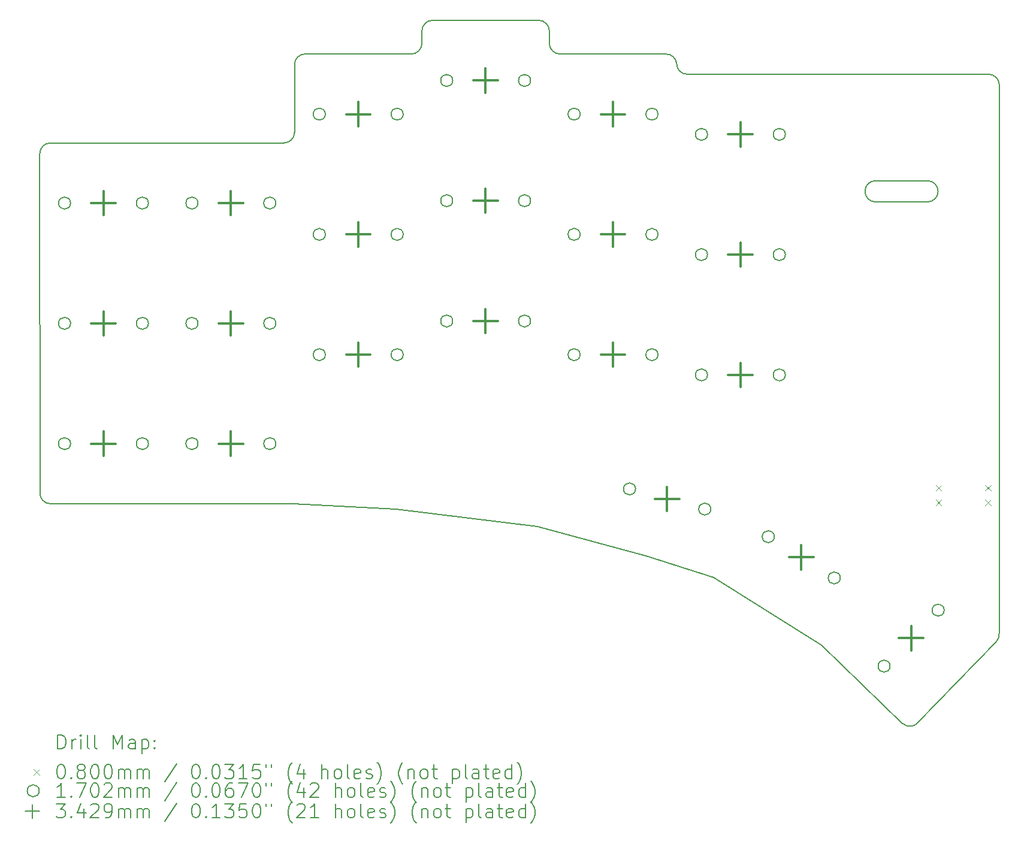
<source format=gbr>
%TF.GenerationSoftware,KiCad,Pcbnew,7.0.5*%
%TF.CreationDate,2023-06-08T16:22:04-03:00*%
%TF.ProjectId,2kalypcb_microcontroller_trrs,326b616c-7970-4636-925f-6d6963726f63,v1.0.0*%
%TF.SameCoordinates,Original*%
%TF.FileFunction,Drillmap*%
%TF.FilePolarity,Positive*%
%FSLAX45Y45*%
G04 Gerber Fmt 4.5, Leading zero omitted, Abs format (unit mm)*
G04 Created by KiCad (PCBNEW 7.0.5) date 2023-06-08 16:22:04*
%MOMM*%
%LPD*%
G01*
G04 APERTURE LIST*
%ADD10C,0.150000*%
%ADD11C,0.200000*%
%ADD12C,0.080000*%
%ADD13C,0.170180*%
%ADD14C,0.342900*%
G04 APERTURE END LIST*
D10*
X8350000Y-1324000D02*
X6850000Y-1324000D01*
X10818157Y-9199189D02*
X12346190Y-10154010D01*
X6850000Y-1324000D02*
G75*
G03*
X6700000Y-1474000I0J-150000D01*
G01*
X4749935Y-3056935D02*
G75*
G03*
X4899935Y-2906935I-5J150005D01*
G01*
X1451000Y-8157000D02*
X4879364Y-8157000D01*
X10299065Y-1935935D02*
G75*
G03*
X10449065Y-2085935I150005J5D01*
G01*
X10299065Y-1935935D02*
G75*
G03*
X10150000Y-1800273I-149065J-14065D01*
G01*
X6549935Y-1799935D02*
X5050000Y-1800000D01*
X13843937Y-3891000D02*
X13109990Y-3891000D01*
X14857102Y-9986000D02*
X14858000Y-9986000D01*
X13843937Y-3890997D02*
G75*
G03*
X13993937Y-3741000I-7J150007D01*
G01*
X13110000Y-3591000D02*
G75*
G03*
X12960000Y-3741000I10J-150010D01*
G01*
X8328955Y-8478018D02*
X9866947Y-8890122D01*
X14858000Y-9986000D02*
X14858000Y-2236000D01*
X4899935Y-2906935D02*
X4900000Y-1950000D01*
X12959990Y-3741000D02*
G75*
G03*
X13109990Y-3891000I150010J10D01*
G01*
X9866947Y-8890122D02*
X10818157Y-9199189D01*
X13492301Y-11260795D02*
G75*
G03*
X13704400Y-11257093I104199J107895D01*
G01*
X8650065Y-1799935D02*
X10150000Y-1800273D01*
X6336358Y-8233358D02*
X8328955Y-8478018D01*
X14815856Y-10106152D02*
G75*
G03*
X14857102Y-9986000I-107916J104202D01*
G01*
X5050000Y-1800000D02*
G75*
G03*
X4900000Y-1950000I5J-150005D01*
G01*
X13110000Y-3591000D02*
X13843947Y-3591000D01*
X14708000Y-2086000D02*
X10449065Y-2085935D01*
X4749935Y-3056935D02*
X1450000Y-3057000D01*
X8500065Y-1649935D02*
G75*
G03*
X8650065Y-1799935I150005J5D01*
G01*
X13704400Y-11257093D02*
X14815854Y-10106150D01*
X1301000Y-8007000D02*
G75*
G03*
X1451000Y-8157000I150005J5D01*
G01*
X8500000Y-1474000D02*
X8500065Y-1649935D01*
X8500000Y-1474000D02*
G75*
G03*
X8350000Y-1324000I-150000J0D01*
G01*
X1301000Y-8007000D02*
X1300000Y-3207000D01*
X14858000Y-2236000D02*
G75*
G03*
X14708000Y-2086000I-150010J-10D01*
G01*
X1450000Y-3057000D02*
G75*
G03*
X1300000Y-3207000I5J-150005D01*
G01*
X13993950Y-3741000D02*
G75*
G03*
X13843947Y-3591000I-150010J-10D01*
G01*
X12346190Y-10154010D02*
X13492301Y-11260796D01*
X6549935Y-1799935D02*
G75*
G03*
X6699935Y-1649935I-5J150005D01*
G01*
X6700000Y-1474000D02*
X6699935Y-1649935D01*
X4879364Y-8157000D02*
X6336358Y-8233358D01*
D11*
D12*
X13959000Y-7892000D02*
X14039000Y-7972000D01*
X14039000Y-7892000D02*
X13959000Y-7972000D01*
X13959000Y-8102000D02*
X14039000Y-8182000D01*
X14039000Y-8102000D02*
X13959000Y-8182000D01*
X14659000Y-7892000D02*
X14739000Y-7972000D01*
X14739000Y-7892000D02*
X14659000Y-7972000D01*
X14659000Y-8102000D02*
X14739000Y-8182000D01*
X14739000Y-8102000D02*
X14659000Y-8182000D01*
D13*
X1735090Y-3907000D02*
G75*
G03*
X1735090Y-3907000I-85090J0D01*
G01*
X1735090Y-5607000D02*
G75*
G03*
X1735090Y-5607000I-85090J0D01*
G01*
X1735090Y-7307000D02*
G75*
G03*
X1735090Y-7307000I-85090J0D01*
G01*
X2835090Y-3907000D02*
G75*
G03*
X2835090Y-3907000I-85090J0D01*
G01*
X2835090Y-5607000D02*
G75*
G03*
X2835090Y-5607000I-85090J0D01*
G01*
X2835090Y-7307000D02*
G75*
G03*
X2835090Y-7307000I-85090J0D01*
G01*
X3535090Y-3907000D02*
G75*
G03*
X3535090Y-3907000I-85090J0D01*
G01*
X3535090Y-5607000D02*
G75*
G03*
X3535090Y-5607000I-85090J0D01*
G01*
X3535090Y-7307000D02*
G75*
G03*
X3535090Y-7307000I-85090J0D01*
G01*
X4635090Y-3907000D02*
G75*
G03*
X4635090Y-3907000I-85090J0D01*
G01*
X4635090Y-5607000D02*
G75*
G03*
X4635090Y-5607000I-85090J0D01*
G01*
X4635090Y-7307000D02*
G75*
G03*
X4635090Y-7307000I-85090J0D01*
G01*
X5335090Y-2650000D02*
G75*
G03*
X5335090Y-2650000I-85090J0D01*
G01*
X5335090Y-4350000D02*
G75*
G03*
X5335090Y-4350000I-85090J0D01*
G01*
X5335090Y-6050000D02*
G75*
G03*
X5335090Y-6050000I-85090J0D01*
G01*
X6435090Y-2650000D02*
G75*
G03*
X6435090Y-2650000I-85090J0D01*
G01*
X6435090Y-4350000D02*
G75*
G03*
X6435090Y-4350000I-85090J0D01*
G01*
X6435090Y-6050000D02*
G75*
G03*
X6435090Y-6050000I-85090J0D01*
G01*
X7135090Y-2174000D02*
G75*
G03*
X7135090Y-2174000I-85090J0D01*
G01*
X7135090Y-3874000D02*
G75*
G03*
X7135090Y-3874000I-85090J0D01*
G01*
X7135090Y-5574000D02*
G75*
G03*
X7135090Y-5574000I-85090J0D01*
G01*
X8235090Y-2174000D02*
G75*
G03*
X8235090Y-2174000I-85090J0D01*
G01*
X8235090Y-3874000D02*
G75*
G03*
X8235090Y-3874000I-85090J0D01*
G01*
X8235090Y-5574000D02*
G75*
G03*
X8235090Y-5574000I-85090J0D01*
G01*
X8935090Y-2650000D02*
G75*
G03*
X8935090Y-2650000I-85090J0D01*
G01*
X8935090Y-4350000D02*
G75*
G03*
X8935090Y-4350000I-85090J0D01*
G01*
X8935090Y-6050000D02*
G75*
G03*
X8935090Y-6050000I-85090J0D01*
G01*
X9718831Y-7947649D02*
G75*
G03*
X9718831Y-7947649I-85090J0D01*
G01*
X10035090Y-2650000D02*
G75*
G03*
X10035090Y-2650000I-85090J0D01*
G01*
X10035090Y-4350000D02*
G75*
G03*
X10035090Y-4350000I-85090J0D01*
G01*
X10035090Y-6050000D02*
G75*
G03*
X10035090Y-6050000I-85090J0D01*
G01*
X10735090Y-2936000D02*
G75*
G03*
X10735090Y-2936000I-85090J0D01*
G01*
X10735090Y-4636000D02*
G75*
G03*
X10735090Y-4636000I-85090J0D01*
G01*
X10735090Y-6336000D02*
G75*
G03*
X10735090Y-6336000I-85090J0D01*
G01*
X10781349Y-8232350D02*
G75*
G03*
X10781349Y-8232350I-85090J0D01*
G01*
X11678936Y-8622632D02*
G75*
G03*
X11678936Y-8622632I-85090J0D01*
G01*
X11835090Y-2936000D02*
G75*
G03*
X11835090Y-2936000I-85090J0D01*
G01*
X11835090Y-4636000D02*
G75*
G03*
X11835090Y-4636000I-85090J0D01*
G01*
X11835090Y-6336000D02*
G75*
G03*
X11835090Y-6336000I-85090J0D01*
G01*
X12611789Y-9205544D02*
G75*
G03*
X12611789Y-9205544I-85090J0D01*
G01*
X13315749Y-10452066D02*
G75*
G03*
X13315749Y-10452066I-85090J0D01*
G01*
X14079873Y-9660792D02*
G75*
G03*
X14079873Y-9660792I-85090J0D01*
G01*
D14*
X2200000Y-3735550D02*
X2200000Y-4078450D01*
X2028550Y-3907000D02*
X2371450Y-3907000D01*
X2200000Y-5435550D02*
X2200000Y-5778450D01*
X2028550Y-5607000D02*
X2371450Y-5607000D01*
X2200000Y-7135550D02*
X2200000Y-7478450D01*
X2028550Y-7307000D02*
X2371450Y-7307000D01*
X4000000Y-3735550D02*
X4000000Y-4078450D01*
X3828550Y-3907000D02*
X4171450Y-3907000D01*
X4000000Y-5435550D02*
X4000000Y-5778450D01*
X3828550Y-5607000D02*
X4171450Y-5607000D01*
X4000000Y-7135550D02*
X4000000Y-7478450D01*
X3828550Y-7307000D02*
X4171450Y-7307000D01*
X5800000Y-2478550D02*
X5800000Y-2821450D01*
X5628550Y-2650000D02*
X5971450Y-2650000D01*
X5800000Y-4178550D02*
X5800000Y-4521450D01*
X5628550Y-4350000D02*
X5971450Y-4350000D01*
X5800000Y-5878550D02*
X5800000Y-6221450D01*
X5628550Y-6050000D02*
X5971450Y-6050000D01*
X7600000Y-2002550D02*
X7600000Y-2345450D01*
X7428550Y-2174000D02*
X7771450Y-2174000D01*
X7600000Y-3702550D02*
X7600000Y-4045450D01*
X7428550Y-3874000D02*
X7771450Y-3874000D01*
X7600000Y-5402550D02*
X7600000Y-5745450D01*
X7428550Y-5574000D02*
X7771450Y-5574000D01*
X9400000Y-2478550D02*
X9400000Y-2821450D01*
X9228550Y-2650000D02*
X9571450Y-2650000D01*
X9400000Y-4178550D02*
X9400000Y-4521450D01*
X9228550Y-4350000D02*
X9571450Y-4350000D01*
X9400000Y-5878550D02*
X9400000Y-6221450D01*
X9228550Y-6050000D02*
X9571450Y-6050000D01*
X10165000Y-7918550D02*
X10165000Y-8261450D01*
X9993550Y-8090000D02*
X10336450Y-8090000D01*
X11200000Y-2764550D02*
X11200000Y-3107450D01*
X11028550Y-2936000D02*
X11371450Y-2936000D01*
X11200000Y-4464550D02*
X11200000Y-4807450D01*
X11028550Y-4636000D02*
X11371450Y-4636000D01*
X11200000Y-6164550D02*
X11200000Y-6507450D01*
X11028550Y-6336000D02*
X11371450Y-6336000D01*
X12060273Y-8742638D02*
X12060273Y-9085538D01*
X11888823Y-8914088D02*
X12231723Y-8914088D01*
X13612721Y-9884979D02*
X13612721Y-10227879D01*
X13441271Y-10056429D02*
X13784171Y-10056429D01*
D11*
X1553277Y-11621879D02*
X1553277Y-11421879D01*
X1553277Y-11421879D02*
X1600896Y-11421879D01*
X1600896Y-11421879D02*
X1629467Y-11431403D01*
X1629467Y-11431403D02*
X1648515Y-11450451D01*
X1648515Y-11450451D02*
X1658039Y-11469498D01*
X1658039Y-11469498D02*
X1667562Y-11507594D01*
X1667562Y-11507594D02*
X1667562Y-11536165D01*
X1667562Y-11536165D02*
X1658039Y-11574260D01*
X1658039Y-11574260D02*
X1648515Y-11593308D01*
X1648515Y-11593308D02*
X1629467Y-11612356D01*
X1629467Y-11612356D02*
X1600896Y-11621879D01*
X1600896Y-11621879D02*
X1553277Y-11621879D01*
X1753277Y-11621879D02*
X1753277Y-11488546D01*
X1753277Y-11526641D02*
X1762801Y-11507594D01*
X1762801Y-11507594D02*
X1772324Y-11498070D01*
X1772324Y-11498070D02*
X1791372Y-11488546D01*
X1791372Y-11488546D02*
X1810420Y-11488546D01*
X1877086Y-11621879D02*
X1877086Y-11488546D01*
X1877086Y-11421879D02*
X1867562Y-11431403D01*
X1867562Y-11431403D02*
X1877086Y-11440927D01*
X1877086Y-11440927D02*
X1886610Y-11431403D01*
X1886610Y-11431403D02*
X1877086Y-11421879D01*
X1877086Y-11421879D02*
X1877086Y-11440927D01*
X2000896Y-11621879D02*
X1981848Y-11612356D01*
X1981848Y-11612356D02*
X1972324Y-11593308D01*
X1972324Y-11593308D02*
X1972324Y-11421879D01*
X2105658Y-11621879D02*
X2086610Y-11612356D01*
X2086610Y-11612356D02*
X2077086Y-11593308D01*
X2077086Y-11593308D02*
X2077086Y-11421879D01*
X2334229Y-11621879D02*
X2334229Y-11421879D01*
X2334229Y-11421879D02*
X2400896Y-11564737D01*
X2400896Y-11564737D02*
X2467563Y-11421879D01*
X2467563Y-11421879D02*
X2467563Y-11621879D01*
X2648515Y-11621879D02*
X2648515Y-11517118D01*
X2648515Y-11517118D02*
X2638991Y-11498070D01*
X2638991Y-11498070D02*
X2619944Y-11488546D01*
X2619944Y-11488546D02*
X2581848Y-11488546D01*
X2581848Y-11488546D02*
X2562801Y-11498070D01*
X2648515Y-11612356D02*
X2629467Y-11621879D01*
X2629467Y-11621879D02*
X2581848Y-11621879D01*
X2581848Y-11621879D02*
X2562801Y-11612356D01*
X2562801Y-11612356D02*
X2553277Y-11593308D01*
X2553277Y-11593308D02*
X2553277Y-11574260D01*
X2553277Y-11574260D02*
X2562801Y-11555213D01*
X2562801Y-11555213D02*
X2581848Y-11545689D01*
X2581848Y-11545689D02*
X2629467Y-11545689D01*
X2629467Y-11545689D02*
X2648515Y-11536165D01*
X2743753Y-11488546D02*
X2743753Y-11688546D01*
X2743753Y-11498070D02*
X2762801Y-11488546D01*
X2762801Y-11488546D02*
X2800896Y-11488546D01*
X2800896Y-11488546D02*
X2819943Y-11498070D01*
X2819943Y-11498070D02*
X2829467Y-11507594D01*
X2829467Y-11507594D02*
X2838991Y-11526641D01*
X2838991Y-11526641D02*
X2838991Y-11583784D01*
X2838991Y-11583784D02*
X2829467Y-11602832D01*
X2829467Y-11602832D02*
X2819943Y-11612356D01*
X2819943Y-11612356D02*
X2800896Y-11621879D01*
X2800896Y-11621879D02*
X2762801Y-11621879D01*
X2762801Y-11621879D02*
X2743753Y-11612356D01*
X2924705Y-11602832D02*
X2934229Y-11612356D01*
X2934229Y-11612356D02*
X2924705Y-11621879D01*
X2924705Y-11621879D02*
X2915182Y-11612356D01*
X2915182Y-11612356D02*
X2924705Y-11602832D01*
X2924705Y-11602832D02*
X2924705Y-11621879D01*
X2924705Y-11498070D02*
X2934229Y-11507594D01*
X2934229Y-11507594D02*
X2924705Y-11517118D01*
X2924705Y-11517118D02*
X2915182Y-11507594D01*
X2915182Y-11507594D02*
X2924705Y-11498070D01*
X2924705Y-11498070D02*
X2924705Y-11517118D01*
D12*
X1212500Y-11910396D02*
X1292500Y-11990396D01*
X1292500Y-11910396D02*
X1212500Y-11990396D01*
D11*
X1591372Y-11841879D02*
X1610420Y-11841879D01*
X1610420Y-11841879D02*
X1629467Y-11851403D01*
X1629467Y-11851403D02*
X1638991Y-11860927D01*
X1638991Y-11860927D02*
X1648515Y-11879975D01*
X1648515Y-11879975D02*
X1658039Y-11918070D01*
X1658039Y-11918070D02*
X1658039Y-11965689D01*
X1658039Y-11965689D02*
X1648515Y-12003784D01*
X1648515Y-12003784D02*
X1638991Y-12022832D01*
X1638991Y-12022832D02*
X1629467Y-12032356D01*
X1629467Y-12032356D02*
X1610420Y-12041879D01*
X1610420Y-12041879D02*
X1591372Y-12041879D01*
X1591372Y-12041879D02*
X1572324Y-12032356D01*
X1572324Y-12032356D02*
X1562801Y-12022832D01*
X1562801Y-12022832D02*
X1553277Y-12003784D01*
X1553277Y-12003784D02*
X1543753Y-11965689D01*
X1543753Y-11965689D02*
X1543753Y-11918070D01*
X1543753Y-11918070D02*
X1553277Y-11879975D01*
X1553277Y-11879975D02*
X1562801Y-11860927D01*
X1562801Y-11860927D02*
X1572324Y-11851403D01*
X1572324Y-11851403D02*
X1591372Y-11841879D01*
X1743753Y-12022832D02*
X1753277Y-12032356D01*
X1753277Y-12032356D02*
X1743753Y-12041879D01*
X1743753Y-12041879D02*
X1734229Y-12032356D01*
X1734229Y-12032356D02*
X1743753Y-12022832D01*
X1743753Y-12022832D02*
X1743753Y-12041879D01*
X1867562Y-11927594D02*
X1848515Y-11918070D01*
X1848515Y-11918070D02*
X1838991Y-11908546D01*
X1838991Y-11908546D02*
X1829467Y-11889498D01*
X1829467Y-11889498D02*
X1829467Y-11879975D01*
X1829467Y-11879975D02*
X1838991Y-11860927D01*
X1838991Y-11860927D02*
X1848515Y-11851403D01*
X1848515Y-11851403D02*
X1867562Y-11841879D01*
X1867562Y-11841879D02*
X1905658Y-11841879D01*
X1905658Y-11841879D02*
X1924705Y-11851403D01*
X1924705Y-11851403D02*
X1934229Y-11860927D01*
X1934229Y-11860927D02*
X1943753Y-11879975D01*
X1943753Y-11879975D02*
X1943753Y-11889498D01*
X1943753Y-11889498D02*
X1934229Y-11908546D01*
X1934229Y-11908546D02*
X1924705Y-11918070D01*
X1924705Y-11918070D02*
X1905658Y-11927594D01*
X1905658Y-11927594D02*
X1867562Y-11927594D01*
X1867562Y-11927594D02*
X1848515Y-11937118D01*
X1848515Y-11937118D02*
X1838991Y-11946641D01*
X1838991Y-11946641D02*
X1829467Y-11965689D01*
X1829467Y-11965689D02*
X1829467Y-12003784D01*
X1829467Y-12003784D02*
X1838991Y-12022832D01*
X1838991Y-12022832D02*
X1848515Y-12032356D01*
X1848515Y-12032356D02*
X1867562Y-12041879D01*
X1867562Y-12041879D02*
X1905658Y-12041879D01*
X1905658Y-12041879D02*
X1924705Y-12032356D01*
X1924705Y-12032356D02*
X1934229Y-12022832D01*
X1934229Y-12022832D02*
X1943753Y-12003784D01*
X1943753Y-12003784D02*
X1943753Y-11965689D01*
X1943753Y-11965689D02*
X1934229Y-11946641D01*
X1934229Y-11946641D02*
X1924705Y-11937118D01*
X1924705Y-11937118D02*
X1905658Y-11927594D01*
X2067562Y-11841879D02*
X2086610Y-11841879D01*
X2086610Y-11841879D02*
X2105658Y-11851403D01*
X2105658Y-11851403D02*
X2115182Y-11860927D01*
X2115182Y-11860927D02*
X2124705Y-11879975D01*
X2124705Y-11879975D02*
X2134229Y-11918070D01*
X2134229Y-11918070D02*
X2134229Y-11965689D01*
X2134229Y-11965689D02*
X2124705Y-12003784D01*
X2124705Y-12003784D02*
X2115182Y-12022832D01*
X2115182Y-12022832D02*
X2105658Y-12032356D01*
X2105658Y-12032356D02*
X2086610Y-12041879D01*
X2086610Y-12041879D02*
X2067562Y-12041879D01*
X2067562Y-12041879D02*
X2048515Y-12032356D01*
X2048515Y-12032356D02*
X2038991Y-12022832D01*
X2038991Y-12022832D02*
X2029467Y-12003784D01*
X2029467Y-12003784D02*
X2019943Y-11965689D01*
X2019943Y-11965689D02*
X2019943Y-11918070D01*
X2019943Y-11918070D02*
X2029467Y-11879975D01*
X2029467Y-11879975D02*
X2038991Y-11860927D01*
X2038991Y-11860927D02*
X2048515Y-11851403D01*
X2048515Y-11851403D02*
X2067562Y-11841879D01*
X2258039Y-11841879D02*
X2277086Y-11841879D01*
X2277086Y-11841879D02*
X2296134Y-11851403D01*
X2296134Y-11851403D02*
X2305658Y-11860927D01*
X2305658Y-11860927D02*
X2315182Y-11879975D01*
X2315182Y-11879975D02*
X2324705Y-11918070D01*
X2324705Y-11918070D02*
X2324705Y-11965689D01*
X2324705Y-11965689D02*
X2315182Y-12003784D01*
X2315182Y-12003784D02*
X2305658Y-12022832D01*
X2305658Y-12022832D02*
X2296134Y-12032356D01*
X2296134Y-12032356D02*
X2277086Y-12041879D01*
X2277086Y-12041879D02*
X2258039Y-12041879D01*
X2258039Y-12041879D02*
X2238991Y-12032356D01*
X2238991Y-12032356D02*
X2229467Y-12022832D01*
X2229467Y-12022832D02*
X2219944Y-12003784D01*
X2219944Y-12003784D02*
X2210420Y-11965689D01*
X2210420Y-11965689D02*
X2210420Y-11918070D01*
X2210420Y-11918070D02*
X2219944Y-11879975D01*
X2219944Y-11879975D02*
X2229467Y-11860927D01*
X2229467Y-11860927D02*
X2238991Y-11851403D01*
X2238991Y-11851403D02*
X2258039Y-11841879D01*
X2410420Y-12041879D02*
X2410420Y-11908546D01*
X2410420Y-11927594D02*
X2419944Y-11918070D01*
X2419944Y-11918070D02*
X2438991Y-11908546D01*
X2438991Y-11908546D02*
X2467563Y-11908546D01*
X2467563Y-11908546D02*
X2486610Y-11918070D01*
X2486610Y-11918070D02*
X2496134Y-11937118D01*
X2496134Y-11937118D02*
X2496134Y-12041879D01*
X2496134Y-11937118D02*
X2505658Y-11918070D01*
X2505658Y-11918070D02*
X2524705Y-11908546D01*
X2524705Y-11908546D02*
X2553277Y-11908546D01*
X2553277Y-11908546D02*
X2572325Y-11918070D01*
X2572325Y-11918070D02*
X2581848Y-11937118D01*
X2581848Y-11937118D02*
X2581848Y-12041879D01*
X2677086Y-12041879D02*
X2677086Y-11908546D01*
X2677086Y-11927594D02*
X2686610Y-11918070D01*
X2686610Y-11918070D02*
X2705658Y-11908546D01*
X2705658Y-11908546D02*
X2734229Y-11908546D01*
X2734229Y-11908546D02*
X2753277Y-11918070D01*
X2753277Y-11918070D02*
X2762801Y-11937118D01*
X2762801Y-11937118D02*
X2762801Y-12041879D01*
X2762801Y-11937118D02*
X2772325Y-11918070D01*
X2772325Y-11918070D02*
X2791372Y-11908546D01*
X2791372Y-11908546D02*
X2819943Y-11908546D01*
X2819943Y-11908546D02*
X2838991Y-11918070D01*
X2838991Y-11918070D02*
X2848515Y-11937118D01*
X2848515Y-11937118D02*
X2848515Y-12041879D01*
X3238991Y-11832356D02*
X3067563Y-12089498D01*
X3496134Y-11841879D02*
X3515182Y-11841879D01*
X3515182Y-11841879D02*
X3534229Y-11851403D01*
X3534229Y-11851403D02*
X3543753Y-11860927D01*
X3543753Y-11860927D02*
X3553277Y-11879975D01*
X3553277Y-11879975D02*
X3562801Y-11918070D01*
X3562801Y-11918070D02*
X3562801Y-11965689D01*
X3562801Y-11965689D02*
X3553277Y-12003784D01*
X3553277Y-12003784D02*
X3543753Y-12022832D01*
X3543753Y-12022832D02*
X3534229Y-12032356D01*
X3534229Y-12032356D02*
X3515182Y-12041879D01*
X3515182Y-12041879D02*
X3496134Y-12041879D01*
X3496134Y-12041879D02*
X3477086Y-12032356D01*
X3477086Y-12032356D02*
X3467563Y-12022832D01*
X3467563Y-12022832D02*
X3458039Y-12003784D01*
X3458039Y-12003784D02*
X3448515Y-11965689D01*
X3448515Y-11965689D02*
X3448515Y-11918070D01*
X3448515Y-11918070D02*
X3458039Y-11879975D01*
X3458039Y-11879975D02*
X3467563Y-11860927D01*
X3467563Y-11860927D02*
X3477086Y-11851403D01*
X3477086Y-11851403D02*
X3496134Y-11841879D01*
X3648515Y-12022832D02*
X3658039Y-12032356D01*
X3658039Y-12032356D02*
X3648515Y-12041879D01*
X3648515Y-12041879D02*
X3638991Y-12032356D01*
X3638991Y-12032356D02*
X3648515Y-12022832D01*
X3648515Y-12022832D02*
X3648515Y-12041879D01*
X3781848Y-11841879D02*
X3800896Y-11841879D01*
X3800896Y-11841879D02*
X3819944Y-11851403D01*
X3819944Y-11851403D02*
X3829467Y-11860927D01*
X3829467Y-11860927D02*
X3838991Y-11879975D01*
X3838991Y-11879975D02*
X3848515Y-11918070D01*
X3848515Y-11918070D02*
X3848515Y-11965689D01*
X3848515Y-11965689D02*
X3838991Y-12003784D01*
X3838991Y-12003784D02*
X3829467Y-12022832D01*
X3829467Y-12022832D02*
X3819944Y-12032356D01*
X3819944Y-12032356D02*
X3800896Y-12041879D01*
X3800896Y-12041879D02*
X3781848Y-12041879D01*
X3781848Y-12041879D02*
X3762801Y-12032356D01*
X3762801Y-12032356D02*
X3753277Y-12022832D01*
X3753277Y-12022832D02*
X3743753Y-12003784D01*
X3743753Y-12003784D02*
X3734229Y-11965689D01*
X3734229Y-11965689D02*
X3734229Y-11918070D01*
X3734229Y-11918070D02*
X3743753Y-11879975D01*
X3743753Y-11879975D02*
X3753277Y-11860927D01*
X3753277Y-11860927D02*
X3762801Y-11851403D01*
X3762801Y-11851403D02*
X3781848Y-11841879D01*
X3915182Y-11841879D02*
X4038991Y-11841879D01*
X4038991Y-11841879D02*
X3972325Y-11918070D01*
X3972325Y-11918070D02*
X4000896Y-11918070D01*
X4000896Y-11918070D02*
X4019944Y-11927594D01*
X4019944Y-11927594D02*
X4029467Y-11937118D01*
X4029467Y-11937118D02*
X4038991Y-11956165D01*
X4038991Y-11956165D02*
X4038991Y-12003784D01*
X4038991Y-12003784D02*
X4029467Y-12022832D01*
X4029467Y-12022832D02*
X4019944Y-12032356D01*
X4019944Y-12032356D02*
X4000896Y-12041879D01*
X4000896Y-12041879D02*
X3943753Y-12041879D01*
X3943753Y-12041879D02*
X3924706Y-12032356D01*
X3924706Y-12032356D02*
X3915182Y-12022832D01*
X4229468Y-12041879D02*
X4115182Y-12041879D01*
X4172325Y-12041879D02*
X4172325Y-11841879D01*
X4172325Y-11841879D02*
X4153277Y-11870451D01*
X4153277Y-11870451D02*
X4134229Y-11889498D01*
X4134229Y-11889498D02*
X4115182Y-11899022D01*
X4410420Y-11841879D02*
X4315182Y-11841879D01*
X4315182Y-11841879D02*
X4305658Y-11937118D01*
X4305658Y-11937118D02*
X4315182Y-11927594D01*
X4315182Y-11927594D02*
X4334229Y-11918070D01*
X4334229Y-11918070D02*
X4381849Y-11918070D01*
X4381849Y-11918070D02*
X4400896Y-11927594D01*
X4400896Y-11927594D02*
X4410420Y-11937118D01*
X4410420Y-11937118D02*
X4419944Y-11956165D01*
X4419944Y-11956165D02*
X4419944Y-12003784D01*
X4419944Y-12003784D02*
X4410420Y-12022832D01*
X4410420Y-12022832D02*
X4400896Y-12032356D01*
X4400896Y-12032356D02*
X4381849Y-12041879D01*
X4381849Y-12041879D02*
X4334229Y-12041879D01*
X4334229Y-12041879D02*
X4315182Y-12032356D01*
X4315182Y-12032356D02*
X4305658Y-12022832D01*
X4496134Y-11841879D02*
X4496134Y-11879975D01*
X4572325Y-11841879D02*
X4572325Y-11879975D01*
X4867563Y-12118070D02*
X4858039Y-12108546D01*
X4858039Y-12108546D02*
X4838991Y-12079975D01*
X4838991Y-12079975D02*
X4829468Y-12060927D01*
X4829468Y-12060927D02*
X4819944Y-12032356D01*
X4819944Y-12032356D02*
X4810420Y-11984737D01*
X4810420Y-11984737D02*
X4810420Y-11946641D01*
X4810420Y-11946641D02*
X4819944Y-11899022D01*
X4819944Y-11899022D02*
X4829468Y-11870451D01*
X4829468Y-11870451D02*
X4838991Y-11851403D01*
X4838991Y-11851403D02*
X4858039Y-11822832D01*
X4858039Y-11822832D02*
X4867563Y-11813308D01*
X5029468Y-11908546D02*
X5029468Y-12041879D01*
X4981849Y-11832356D02*
X4934230Y-11975213D01*
X4934230Y-11975213D02*
X5058039Y-11975213D01*
X5286611Y-12041879D02*
X5286611Y-11841879D01*
X5372325Y-12041879D02*
X5372325Y-11937118D01*
X5372325Y-11937118D02*
X5362801Y-11918070D01*
X5362801Y-11918070D02*
X5343753Y-11908546D01*
X5343753Y-11908546D02*
X5315182Y-11908546D01*
X5315182Y-11908546D02*
X5296134Y-11918070D01*
X5296134Y-11918070D02*
X5286611Y-11927594D01*
X5496134Y-12041879D02*
X5477087Y-12032356D01*
X5477087Y-12032356D02*
X5467563Y-12022832D01*
X5467563Y-12022832D02*
X5458039Y-12003784D01*
X5458039Y-12003784D02*
X5458039Y-11946641D01*
X5458039Y-11946641D02*
X5467563Y-11927594D01*
X5467563Y-11927594D02*
X5477087Y-11918070D01*
X5477087Y-11918070D02*
X5496134Y-11908546D01*
X5496134Y-11908546D02*
X5524706Y-11908546D01*
X5524706Y-11908546D02*
X5543753Y-11918070D01*
X5543753Y-11918070D02*
X5553277Y-11927594D01*
X5553277Y-11927594D02*
X5562801Y-11946641D01*
X5562801Y-11946641D02*
X5562801Y-12003784D01*
X5562801Y-12003784D02*
X5553277Y-12022832D01*
X5553277Y-12022832D02*
X5543753Y-12032356D01*
X5543753Y-12032356D02*
X5524706Y-12041879D01*
X5524706Y-12041879D02*
X5496134Y-12041879D01*
X5677087Y-12041879D02*
X5658039Y-12032356D01*
X5658039Y-12032356D02*
X5648515Y-12013308D01*
X5648515Y-12013308D02*
X5648515Y-11841879D01*
X5829468Y-12032356D02*
X5810420Y-12041879D01*
X5810420Y-12041879D02*
X5772325Y-12041879D01*
X5772325Y-12041879D02*
X5753277Y-12032356D01*
X5753277Y-12032356D02*
X5743753Y-12013308D01*
X5743753Y-12013308D02*
X5743753Y-11937118D01*
X5743753Y-11937118D02*
X5753277Y-11918070D01*
X5753277Y-11918070D02*
X5772325Y-11908546D01*
X5772325Y-11908546D02*
X5810420Y-11908546D01*
X5810420Y-11908546D02*
X5829468Y-11918070D01*
X5829468Y-11918070D02*
X5838991Y-11937118D01*
X5838991Y-11937118D02*
X5838991Y-11956165D01*
X5838991Y-11956165D02*
X5743753Y-11975213D01*
X5915182Y-12032356D02*
X5934230Y-12041879D01*
X5934230Y-12041879D02*
X5972325Y-12041879D01*
X5972325Y-12041879D02*
X5991372Y-12032356D01*
X5991372Y-12032356D02*
X6000896Y-12013308D01*
X6000896Y-12013308D02*
X6000896Y-12003784D01*
X6000896Y-12003784D02*
X5991372Y-11984737D01*
X5991372Y-11984737D02*
X5972325Y-11975213D01*
X5972325Y-11975213D02*
X5943753Y-11975213D01*
X5943753Y-11975213D02*
X5924706Y-11965689D01*
X5924706Y-11965689D02*
X5915182Y-11946641D01*
X5915182Y-11946641D02*
X5915182Y-11937118D01*
X5915182Y-11937118D02*
X5924706Y-11918070D01*
X5924706Y-11918070D02*
X5943753Y-11908546D01*
X5943753Y-11908546D02*
X5972325Y-11908546D01*
X5972325Y-11908546D02*
X5991372Y-11918070D01*
X6067563Y-12118070D02*
X6077087Y-12108546D01*
X6077087Y-12108546D02*
X6096134Y-12079975D01*
X6096134Y-12079975D02*
X6105658Y-12060927D01*
X6105658Y-12060927D02*
X6115182Y-12032356D01*
X6115182Y-12032356D02*
X6124706Y-11984737D01*
X6124706Y-11984737D02*
X6124706Y-11946641D01*
X6124706Y-11946641D02*
X6115182Y-11899022D01*
X6115182Y-11899022D02*
X6105658Y-11870451D01*
X6105658Y-11870451D02*
X6096134Y-11851403D01*
X6096134Y-11851403D02*
X6077087Y-11822832D01*
X6077087Y-11822832D02*
X6067563Y-11813308D01*
X6429468Y-12118070D02*
X6419944Y-12108546D01*
X6419944Y-12108546D02*
X6400896Y-12079975D01*
X6400896Y-12079975D02*
X6391372Y-12060927D01*
X6391372Y-12060927D02*
X6381849Y-12032356D01*
X6381849Y-12032356D02*
X6372325Y-11984737D01*
X6372325Y-11984737D02*
X6372325Y-11946641D01*
X6372325Y-11946641D02*
X6381849Y-11899022D01*
X6381849Y-11899022D02*
X6391372Y-11870451D01*
X6391372Y-11870451D02*
X6400896Y-11851403D01*
X6400896Y-11851403D02*
X6419944Y-11822832D01*
X6419944Y-11822832D02*
X6429468Y-11813308D01*
X6505658Y-11908546D02*
X6505658Y-12041879D01*
X6505658Y-11927594D02*
X6515182Y-11918070D01*
X6515182Y-11918070D02*
X6534230Y-11908546D01*
X6534230Y-11908546D02*
X6562801Y-11908546D01*
X6562801Y-11908546D02*
X6581849Y-11918070D01*
X6581849Y-11918070D02*
X6591372Y-11937118D01*
X6591372Y-11937118D02*
X6591372Y-12041879D01*
X6715182Y-12041879D02*
X6696134Y-12032356D01*
X6696134Y-12032356D02*
X6686611Y-12022832D01*
X6686611Y-12022832D02*
X6677087Y-12003784D01*
X6677087Y-12003784D02*
X6677087Y-11946641D01*
X6677087Y-11946641D02*
X6686611Y-11927594D01*
X6686611Y-11927594D02*
X6696134Y-11918070D01*
X6696134Y-11918070D02*
X6715182Y-11908546D01*
X6715182Y-11908546D02*
X6743753Y-11908546D01*
X6743753Y-11908546D02*
X6762801Y-11918070D01*
X6762801Y-11918070D02*
X6772325Y-11927594D01*
X6772325Y-11927594D02*
X6781849Y-11946641D01*
X6781849Y-11946641D02*
X6781849Y-12003784D01*
X6781849Y-12003784D02*
X6772325Y-12022832D01*
X6772325Y-12022832D02*
X6762801Y-12032356D01*
X6762801Y-12032356D02*
X6743753Y-12041879D01*
X6743753Y-12041879D02*
X6715182Y-12041879D01*
X6838992Y-11908546D02*
X6915182Y-11908546D01*
X6867563Y-11841879D02*
X6867563Y-12013308D01*
X6867563Y-12013308D02*
X6877087Y-12032356D01*
X6877087Y-12032356D02*
X6896134Y-12041879D01*
X6896134Y-12041879D02*
X6915182Y-12041879D01*
X7134230Y-11908546D02*
X7134230Y-12108546D01*
X7134230Y-11918070D02*
X7153277Y-11908546D01*
X7153277Y-11908546D02*
X7191373Y-11908546D01*
X7191373Y-11908546D02*
X7210420Y-11918070D01*
X7210420Y-11918070D02*
X7219944Y-11927594D01*
X7219944Y-11927594D02*
X7229468Y-11946641D01*
X7229468Y-11946641D02*
X7229468Y-12003784D01*
X7229468Y-12003784D02*
X7219944Y-12022832D01*
X7219944Y-12022832D02*
X7210420Y-12032356D01*
X7210420Y-12032356D02*
X7191373Y-12041879D01*
X7191373Y-12041879D02*
X7153277Y-12041879D01*
X7153277Y-12041879D02*
X7134230Y-12032356D01*
X7343753Y-12041879D02*
X7324706Y-12032356D01*
X7324706Y-12032356D02*
X7315182Y-12013308D01*
X7315182Y-12013308D02*
X7315182Y-11841879D01*
X7505658Y-12041879D02*
X7505658Y-11937118D01*
X7505658Y-11937118D02*
X7496134Y-11918070D01*
X7496134Y-11918070D02*
X7477087Y-11908546D01*
X7477087Y-11908546D02*
X7438992Y-11908546D01*
X7438992Y-11908546D02*
X7419944Y-11918070D01*
X7505658Y-12032356D02*
X7486611Y-12041879D01*
X7486611Y-12041879D02*
X7438992Y-12041879D01*
X7438992Y-12041879D02*
X7419944Y-12032356D01*
X7419944Y-12032356D02*
X7410420Y-12013308D01*
X7410420Y-12013308D02*
X7410420Y-11994260D01*
X7410420Y-11994260D02*
X7419944Y-11975213D01*
X7419944Y-11975213D02*
X7438992Y-11965689D01*
X7438992Y-11965689D02*
X7486611Y-11965689D01*
X7486611Y-11965689D02*
X7505658Y-11956165D01*
X7572325Y-11908546D02*
X7648515Y-11908546D01*
X7600896Y-11841879D02*
X7600896Y-12013308D01*
X7600896Y-12013308D02*
X7610420Y-12032356D01*
X7610420Y-12032356D02*
X7629468Y-12041879D01*
X7629468Y-12041879D02*
X7648515Y-12041879D01*
X7791373Y-12032356D02*
X7772325Y-12041879D01*
X7772325Y-12041879D02*
X7734230Y-12041879D01*
X7734230Y-12041879D02*
X7715182Y-12032356D01*
X7715182Y-12032356D02*
X7705658Y-12013308D01*
X7705658Y-12013308D02*
X7705658Y-11937118D01*
X7705658Y-11937118D02*
X7715182Y-11918070D01*
X7715182Y-11918070D02*
X7734230Y-11908546D01*
X7734230Y-11908546D02*
X7772325Y-11908546D01*
X7772325Y-11908546D02*
X7791373Y-11918070D01*
X7791373Y-11918070D02*
X7800896Y-11937118D01*
X7800896Y-11937118D02*
X7800896Y-11956165D01*
X7800896Y-11956165D02*
X7705658Y-11975213D01*
X7972325Y-12041879D02*
X7972325Y-11841879D01*
X7972325Y-12032356D02*
X7953277Y-12041879D01*
X7953277Y-12041879D02*
X7915182Y-12041879D01*
X7915182Y-12041879D02*
X7896134Y-12032356D01*
X7896134Y-12032356D02*
X7886611Y-12022832D01*
X7886611Y-12022832D02*
X7877087Y-12003784D01*
X7877087Y-12003784D02*
X7877087Y-11946641D01*
X7877087Y-11946641D02*
X7886611Y-11927594D01*
X7886611Y-11927594D02*
X7896134Y-11918070D01*
X7896134Y-11918070D02*
X7915182Y-11908546D01*
X7915182Y-11908546D02*
X7953277Y-11908546D01*
X7953277Y-11908546D02*
X7972325Y-11918070D01*
X8048515Y-12118070D02*
X8058039Y-12108546D01*
X8058039Y-12108546D02*
X8077087Y-12079975D01*
X8077087Y-12079975D02*
X8086611Y-12060927D01*
X8086611Y-12060927D02*
X8096134Y-12032356D01*
X8096134Y-12032356D02*
X8105658Y-11984737D01*
X8105658Y-11984737D02*
X8105658Y-11946641D01*
X8105658Y-11946641D02*
X8096134Y-11899022D01*
X8096134Y-11899022D02*
X8086611Y-11870451D01*
X8086611Y-11870451D02*
X8077087Y-11851403D01*
X8077087Y-11851403D02*
X8058039Y-11822832D01*
X8058039Y-11822832D02*
X8048515Y-11813308D01*
D13*
X1292500Y-12214396D02*
G75*
G03*
X1292500Y-12214396I-85090J0D01*
G01*
D11*
X1658039Y-12305879D02*
X1543753Y-12305879D01*
X1600896Y-12305879D02*
X1600896Y-12105879D01*
X1600896Y-12105879D02*
X1581848Y-12134451D01*
X1581848Y-12134451D02*
X1562801Y-12153498D01*
X1562801Y-12153498D02*
X1543753Y-12163022D01*
X1743753Y-12286832D02*
X1753277Y-12296356D01*
X1753277Y-12296356D02*
X1743753Y-12305879D01*
X1743753Y-12305879D02*
X1734229Y-12296356D01*
X1734229Y-12296356D02*
X1743753Y-12286832D01*
X1743753Y-12286832D02*
X1743753Y-12305879D01*
X1819943Y-12105879D02*
X1953277Y-12105879D01*
X1953277Y-12105879D02*
X1867562Y-12305879D01*
X2067562Y-12105879D02*
X2086610Y-12105879D01*
X2086610Y-12105879D02*
X2105658Y-12115403D01*
X2105658Y-12115403D02*
X2115182Y-12124927D01*
X2115182Y-12124927D02*
X2124705Y-12143975D01*
X2124705Y-12143975D02*
X2134229Y-12182070D01*
X2134229Y-12182070D02*
X2134229Y-12229689D01*
X2134229Y-12229689D02*
X2124705Y-12267784D01*
X2124705Y-12267784D02*
X2115182Y-12286832D01*
X2115182Y-12286832D02*
X2105658Y-12296356D01*
X2105658Y-12296356D02*
X2086610Y-12305879D01*
X2086610Y-12305879D02*
X2067562Y-12305879D01*
X2067562Y-12305879D02*
X2048515Y-12296356D01*
X2048515Y-12296356D02*
X2038991Y-12286832D01*
X2038991Y-12286832D02*
X2029467Y-12267784D01*
X2029467Y-12267784D02*
X2019943Y-12229689D01*
X2019943Y-12229689D02*
X2019943Y-12182070D01*
X2019943Y-12182070D02*
X2029467Y-12143975D01*
X2029467Y-12143975D02*
X2038991Y-12124927D01*
X2038991Y-12124927D02*
X2048515Y-12115403D01*
X2048515Y-12115403D02*
X2067562Y-12105879D01*
X2210420Y-12124927D02*
X2219944Y-12115403D01*
X2219944Y-12115403D02*
X2238991Y-12105879D01*
X2238991Y-12105879D02*
X2286610Y-12105879D01*
X2286610Y-12105879D02*
X2305658Y-12115403D01*
X2305658Y-12115403D02*
X2315182Y-12124927D01*
X2315182Y-12124927D02*
X2324705Y-12143975D01*
X2324705Y-12143975D02*
X2324705Y-12163022D01*
X2324705Y-12163022D02*
X2315182Y-12191594D01*
X2315182Y-12191594D02*
X2200896Y-12305879D01*
X2200896Y-12305879D02*
X2324705Y-12305879D01*
X2410420Y-12305879D02*
X2410420Y-12172546D01*
X2410420Y-12191594D02*
X2419944Y-12182070D01*
X2419944Y-12182070D02*
X2438991Y-12172546D01*
X2438991Y-12172546D02*
X2467563Y-12172546D01*
X2467563Y-12172546D02*
X2486610Y-12182070D01*
X2486610Y-12182070D02*
X2496134Y-12201118D01*
X2496134Y-12201118D02*
X2496134Y-12305879D01*
X2496134Y-12201118D02*
X2505658Y-12182070D01*
X2505658Y-12182070D02*
X2524705Y-12172546D01*
X2524705Y-12172546D02*
X2553277Y-12172546D01*
X2553277Y-12172546D02*
X2572325Y-12182070D01*
X2572325Y-12182070D02*
X2581848Y-12201118D01*
X2581848Y-12201118D02*
X2581848Y-12305879D01*
X2677086Y-12305879D02*
X2677086Y-12172546D01*
X2677086Y-12191594D02*
X2686610Y-12182070D01*
X2686610Y-12182070D02*
X2705658Y-12172546D01*
X2705658Y-12172546D02*
X2734229Y-12172546D01*
X2734229Y-12172546D02*
X2753277Y-12182070D01*
X2753277Y-12182070D02*
X2762801Y-12201118D01*
X2762801Y-12201118D02*
X2762801Y-12305879D01*
X2762801Y-12201118D02*
X2772325Y-12182070D01*
X2772325Y-12182070D02*
X2791372Y-12172546D01*
X2791372Y-12172546D02*
X2819943Y-12172546D01*
X2819943Y-12172546D02*
X2838991Y-12182070D01*
X2838991Y-12182070D02*
X2848515Y-12201118D01*
X2848515Y-12201118D02*
X2848515Y-12305879D01*
X3238991Y-12096356D02*
X3067563Y-12353498D01*
X3496134Y-12105879D02*
X3515182Y-12105879D01*
X3515182Y-12105879D02*
X3534229Y-12115403D01*
X3534229Y-12115403D02*
X3543753Y-12124927D01*
X3543753Y-12124927D02*
X3553277Y-12143975D01*
X3553277Y-12143975D02*
X3562801Y-12182070D01*
X3562801Y-12182070D02*
X3562801Y-12229689D01*
X3562801Y-12229689D02*
X3553277Y-12267784D01*
X3553277Y-12267784D02*
X3543753Y-12286832D01*
X3543753Y-12286832D02*
X3534229Y-12296356D01*
X3534229Y-12296356D02*
X3515182Y-12305879D01*
X3515182Y-12305879D02*
X3496134Y-12305879D01*
X3496134Y-12305879D02*
X3477086Y-12296356D01*
X3477086Y-12296356D02*
X3467563Y-12286832D01*
X3467563Y-12286832D02*
X3458039Y-12267784D01*
X3458039Y-12267784D02*
X3448515Y-12229689D01*
X3448515Y-12229689D02*
X3448515Y-12182070D01*
X3448515Y-12182070D02*
X3458039Y-12143975D01*
X3458039Y-12143975D02*
X3467563Y-12124927D01*
X3467563Y-12124927D02*
X3477086Y-12115403D01*
X3477086Y-12115403D02*
X3496134Y-12105879D01*
X3648515Y-12286832D02*
X3658039Y-12296356D01*
X3658039Y-12296356D02*
X3648515Y-12305879D01*
X3648515Y-12305879D02*
X3638991Y-12296356D01*
X3638991Y-12296356D02*
X3648515Y-12286832D01*
X3648515Y-12286832D02*
X3648515Y-12305879D01*
X3781848Y-12105879D02*
X3800896Y-12105879D01*
X3800896Y-12105879D02*
X3819944Y-12115403D01*
X3819944Y-12115403D02*
X3829467Y-12124927D01*
X3829467Y-12124927D02*
X3838991Y-12143975D01*
X3838991Y-12143975D02*
X3848515Y-12182070D01*
X3848515Y-12182070D02*
X3848515Y-12229689D01*
X3848515Y-12229689D02*
X3838991Y-12267784D01*
X3838991Y-12267784D02*
X3829467Y-12286832D01*
X3829467Y-12286832D02*
X3819944Y-12296356D01*
X3819944Y-12296356D02*
X3800896Y-12305879D01*
X3800896Y-12305879D02*
X3781848Y-12305879D01*
X3781848Y-12305879D02*
X3762801Y-12296356D01*
X3762801Y-12296356D02*
X3753277Y-12286832D01*
X3753277Y-12286832D02*
X3743753Y-12267784D01*
X3743753Y-12267784D02*
X3734229Y-12229689D01*
X3734229Y-12229689D02*
X3734229Y-12182070D01*
X3734229Y-12182070D02*
X3743753Y-12143975D01*
X3743753Y-12143975D02*
X3753277Y-12124927D01*
X3753277Y-12124927D02*
X3762801Y-12115403D01*
X3762801Y-12115403D02*
X3781848Y-12105879D01*
X4019944Y-12105879D02*
X3981848Y-12105879D01*
X3981848Y-12105879D02*
X3962801Y-12115403D01*
X3962801Y-12115403D02*
X3953277Y-12124927D01*
X3953277Y-12124927D02*
X3934229Y-12153498D01*
X3934229Y-12153498D02*
X3924706Y-12191594D01*
X3924706Y-12191594D02*
X3924706Y-12267784D01*
X3924706Y-12267784D02*
X3934229Y-12286832D01*
X3934229Y-12286832D02*
X3943753Y-12296356D01*
X3943753Y-12296356D02*
X3962801Y-12305879D01*
X3962801Y-12305879D02*
X4000896Y-12305879D01*
X4000896Y-12305879D02*
X4019944Y-12296356D01*
X4019944Y-12296356D02*
X4029467Y-12286832D01*
X4029467Y-12286832D02*
X4038991Y-12267784D01*
X4038991Y-12267784D02*
X4038991Y-12220165D01*
X4038991Y-12220165D02*
X4029467Y-12201118D01*
X4029467Y-12201118D02*
X4019944Y-12191594D01*
X4019944Y-12191594D02*
X4000896Y-12182070D01*
X4000896Y-12182070D02*
X3962801Y-12182070D01*
X3962801Y-12182070D02*
X3943753Y-12191594D01*
X3943753Y-12191594D02*
X3934229Y-12201118D01*
X3934229Y-12201118D02*
X3924706Y-12220165D01*
X4105658Y-12105879D02*
X4238991Y-12105879D01*
X4238991Y-12105879D02*
X4153277Y-12305879D01*
X4353277Y-12105879D02*
X4372325Y-12105879D01*
X4372325Y-12105879D02*
X4391372Y-12115403D01*
X4391372Y-12115403D02*
X4400896Y-12124927D01*
X4400896Y-12124927D02*
X4410420Y-12143975D01*
X4410420Y-12143975D02*
X4419944Y-12182070D01*
X4419944Y-12182070D02*
X4419944Y-12229689D01*
X4419944Y-12229689D02*
X4410420Y-12267784D01*
X4410420Y-12267784D02*
X4400896Y-12286832D01*
X4400896Y-12286832D02*
X4391372Y-12296356D01*
X4391372Y-12296356D02*
X4372325Y-12305879D01*
X4372325Y-12305879D02*
X4353277Y-12305879D01*
X4353277Y-12305879D02*
X4334229Y-12296356D01*
X4334229Y-12296356D02*
X4324706Y-12286832D01*
X4324706Y-12286832D02*
X4315182Y-12267784D01*
X4315182Y-12267784D02*
X4305658Y-12229689D01*
X4305658Y-12229689D02*
X4305658Y-12182070D01*
X4305658Y-12182070D02*
X4315182Y-12143975D01*
X4315182Y-12143975D02*
X4324706Y-12124927D01*
X4324706Y-12124927D02*
X4334229Y-12115403D01*
X4334229Y-12115403D02*
X4353277Y-12105879D01*
X4496134Y-12105879D02*
X4496134Y-12143975D01*
X4572325Y-12105879D02*
X4572325Y-12143975D01*
X4867563Y-12382070D02*
X4858039Y-12372546D01*
X4858039Y-12372546D02*
X4838991Y-12343975D01*
X4838991Y-12343975D02*
X4829468Y-12324927D01*
X4829468Y-12324927D02*
X4819944Y-12296356D01*
X4819944Y-12296356D02*
X4810420Y-12248737D01*
X4810420Y-12248737D02*
X4810420Y-12210641D01*
X4810420Y-12210641D02*
X4819944Y-12163022D01*
X4819944Y-12163022D02*
X4829468Y-12134451D01*
X4829468Y-12134451D02*
X4838991Y-12115403D01*
X4838991Y-12115403D02*
X4858039Y-12086832D01*
X4858039Y-12086832D02*
X4867563Y-12077308D01*
X5029468Y-12172546D02*
X5029468Y-12305879D01*
X4981849Y-12096356D02*
X4934230Y-12239213D01*
X4934230Y-12239213D02*
X5058039Y-12239213D01*
X5124706Y-12124927D02*
X5134230Y-12115403D01*
X5134230Y-12115403D02*
X5153277Y-12105879D01*
X5153277Y-12105879D02*
X5200896Y-12105879D01*
X5200896Y-12105879D02*
X5219944Y-12115403D01*
X5219944Y-12115403D02*
X5229468Y-12124927D01*
X5229468Y-12124927D02*
X5238991Y-12143975D01*
X5238991Y-12143975D02*
X5238991Y-12163022D01*
X5238991Y-12163022D02*
X5229468Y-12191594D01*
X5229468Y-12191594D02*
X5115182Y-12305879D01*
X5115182Y-12305879D02*
X5238991Y-12305879D01*
X5477087Y-12305879D02*
X5477087Y-12105879D01*
X5562801Y-12305879D02*
X5562801Y-12201118D01*
X5562801Y-12201118D02*
X5553277Y-12182070D01*
X5553277Y-12182070D02*
X5534230Y-12172546D01*
X5534230Y-12172546D02*
X5505658Y-12172546D01*
X5505658Y-12172546D02*
X5486611Y-12182070D01*
X5486611Y-12182070D02*
X5477087Y-12191594D01*
X5686610Y-12305879D02*
X5667563Y-12296356D01*
X5667563Y-12296356D02*
X5658039Y-12286832D01*
X5658039Y-12286832D02*
X5648515Y-12267784D01*
X5648515Y-12267784D02*
X5648515Y-12210641D01*
X5648515Y-12210641D02*
X5658039Y-12191594D01*
X5658039Y-12191594D02*
X5667563Y-12182070D01*
X5667563Y-12182070D02*
X5686610Y-12172546D01*
X5686610Y-12172546D02*
X5715182Y-12172546D01*
X5715182Y-12172546D02*
X5734230Y-12182070D01*
X5734230Y-12182070D02*
X5743753Y-12191594D01*
X5743753Y-12191594D02*
X5753277Y-12210641D01*
X5753277Y-12210641D02*
X5753277Y-12267784D01*
X5753277Y-12267784D02*
X5743753Y-12286832D01*
X5743753Y-12286832D02*
X5734230Y-12296356D01*
X5734230Y-12296356D02*
X5715182Y-12305879D01*
X5715182Y-12305879D02*
X5686610Y-12305879D01*
X5867563Y-12305879D02*
X5848515Y-12296356D01*
X5848515Y-12296356D02*
X5838991Y-12277308D01*
X5838991Y-12277308D02*
X5838991Y-12105879D01*
X6019944Y-12296356D02*
X6000896Y-12305879D01*
X6000896Y-12305879D02*
X5962801Y-12305879D01*
X5962801Y-12305879D02*
X5943753Y-12296356D01*
X5943753Y-12296356D02*
X5934230Y-12277308D01*
X5934230Y-12277308D02*
X5934230Y-12201118D01*
X5934230Y-12201118D02*
X5943753Y-12182070D01*
X5943753Y-12182070D02*
X5962801Y-12172546D01*
X5962801Y-12172546D02*
X6000896Y-12172546D01*
X6000896Y-12172546D02*
X6019944Y-12182070D01*
X6019944Y-12182070D02*
X6029468Y-12201118D01*
X6029468Y-12201118D02*
X6029468Y-12220165D01*
X6029468Y-12220165D02*
X5934230Y-12239213D01*
X6105658Y-12296356D02*
X6124706Y-12305879D01*
X6124706Y-12305879D02*
X6162801Y-12305879D01*
X6162801Y-12305879D02*
X6181849Y-12296356D01*
X6181849Y-12296356D02*
X6191372Y-12277308D01*
X6191372Y-12277308D02*
X6191372Y-12267784D01*
X6191372Y-12267784D02*
X6181849Y-12248737D01*
X6181849Y-12248737D02*
X6162801Y-12239213D01*
X6162801Y-12239213D02*
X6134230Y-12239213D01*
X6134230Y-12239213D02*
X6115182Y-12229689D01*
X6115182Y-12229689D02*
X6105658Y-12210641D01*
X6105658Y-12210641D02*
X6105658Y-12201118D01*
X6105658Y-12201118D02*
X6115182Y-12182070D01*
X6115182Y-12182070D02*
X6134230Y-12172546D01*
X6134230Y-12172546D02*
X6162801Y-12172546D01*
X6162801Y-12172546D02*
X6181849Y-12182070D01*
X6258039Y-12382070D02*
X6267563Y-12372546D01*
X6267563Y-12372546D02*
X6286611Y-12343975D01*
X6286611Y-12343975D02*
X6296134Y-12324927D01*
X6296134Y-12324927D02*
X6305658Y-12296356D01*
X6305658Y-12296356D02*
X6315182Y-12248737D01*
X6315182Y-12248737D02*
X6315182Y-12210641D01*
X6315182Y-12210641D02*
X6305658Y-12163022D01*
X6305658Y-12163022D02*
X6296134Y-12134451D01*
X6296134Y-12134451D02*
X6286611Y-12115403D01*
X6286611Y-12115403D02*
X6267563Y-12086832D01*
X6267563Y-12086832D02*
X6258039Y-12077308D01*
X6619944Y-12382070D02*
X6610420Y-12372546D01*
X6610420Y-12372546D02*
X6591372Y-12343975D01*
X6591372Y-12343975D02*
X6581849Y-12324927D01*
X6581849Y-12324927D02*
X6572325Y-12296356D01*
X6572325Y-12296356D02*
X6562801Y-12248737D01*
X6562801Y-12248737D02*
X6562801Y-12210641D01*
X6562801Y-12210641D02*
X6572325Y-12163022D01*
X6572325Y-12163022D02*
X6581849Y-12134451D01*
X6581849Y-12134451D02*
X6591372Y-12115403D01*
X6591372Y-12115403D02*
X6610420Y-12086832D01*
X6610420Y-12086832D02*
X6619944Y-12077308D01*
X6696134Y-12172546D02*
X6696134Y-12305879D01*
X6696134Y-12191594D02*
X6705658Y-12182070D01*
X6705658Y-12182070D02*
X6724706Y-12172546D01*
X6724706Y-12172546D02*
X6753277Y-12172546D01*
X6753277Y-12172546D02*
X6772325Y-12182070D01*
X6772325Y-12182070D02*
X6781849Y-12201118D01*
X6781849Y-12201118D02*
X6781849Y-12305879D01*
X6905658Y-12305879D02*
X6886611Y-12296356D01*
X6886611Y-12296356D02*
X6877087Y-12286832D01*
X6877087Y-12286832D02*
X6867563Y-12267784D01*
X6867563Y-12267784D02*
X6867563Y-12210641D01*
X6867563Y-12210641D02*
X6877087Y-12191594D01*
X6877087Y-12191594D02*
X6886611Y-12182070D01*
X6886611Y-12182070D02*
X6905658Y-12172546D01*
X6905658Y-12172546D02*
X6934230Y-12172546D01*
X6934230Y-12172546D02*
X6953277Y-12182070D01*
X6953277Y-12182070D02*
X6962801Y-12191594D01*
X6962801Y-12191594D02*
X6972325Y-12210641D01*
X6972325Y-12210641D02*
X6972325Y-12267784D01*
X6972325Y-12267784D02*
X6962801Y-12286832D01*
X6962801Y-12286832D02*
X6953277Y-12296356D01*
X6953277Y-12296356D02*
X6934230Y-12305879D01*
X6934230Y-12305879D02*
X6905658Y-12305879D01*
X7029468Y-12172546D02*
X7105658Y-12172546D01*
X7058039Y-12105879D02*
X7058039Y-12277308D01*
X7058039Y-12277308D02*
X7067563Y-12296356D01*
X7067563Y-12296356D02*
X7086611Y-12305879D01*
X7086611Y-12305879D02*
X7105658Y-12305879D01*
X7324706Y-12172546D02*
X7324706Y-12372546D01*
X7324706Y-12182070D02*
X7343753Y-12172546D01*
X7343753Y-12172546D02*
X7381849Y-12172546D01*
X7381849Y-12172546D02*
X7400896Y-12182070D01*
X7400896Y-12182070D02*
X7410420Y-12191594D01*
X7410420Y-12191594D02*
X7419944Y-12210641D01*
X7419944Y-12210641D02*
X7419944Y-12267784D01*
X7419944Y-12267784D02*
X7410420Y-12286832D01*
X7410420Y-12286832D02*
X7400896Y-12296356D01*
X7400896Y-12296356D02*
X7381849Y-12305879D01*
X7381849Y-12305879D02*
X7343753Y-12305879D01*
X7343753Y-12305879D02*
X7324706Y-12296356D01*
X7534230Y-12305879D02*
X7515182Y-12296356D01*
X7515182Y-12296356D02*
X7505658Y-12277308D01*
X7505658Y-12277308D02*
X7505658Y-12105879D01*
X7696134Y-12305879D02*
X7696134Y-12201118D01*
X7696134Y-12201118D02*
X7686611Y-12182070D01*
X7686611Y-12182070D02*
X7667563Y-12172546D01*
X7667563Y-12172546D02*
X7629468Y-12172546D01*
X7629468Y-12172546D02*
X7610420Y-12182070D01*
X7696134Y-12296356D02*
X7677087Y-12305879D01*
X7677087Y-12305879D02*
X7629468Y-12305879D01*
X7629468Y-12305879D02*
X7610420Y-12296356D01*
X7610420Y-12296356D02*
X7600896Y-12277308D01*
X7600896Y-12277308D02*
X7600896Y-12258260D01*
X7600896Y-12258260D02*
X7610420Y-12239213D01*
X7610420Y-12239213D02*
X7629468Y-12229689D01*
X7629468Y-12229689D02*
X7677087Y-12229689D01*
X7677087Y-12229689D02*
X7696134Y-12220165D01*
X7762801Y-12172546D02*
X7838992Y-12172546D01*
X7791373Y-12105879D02*
X7791373Y-12277308D01*
X7791373Y-12277308D02*
X7800896Y-12296356D01*
X7800896Y-12296356D02*
X7819944Y-12305879D01*
X7819944Y-12305879D02*
X7838992Y-12305879D01*
X7981849Y-12296356D02*
X7962801Y-12305879D01*
X7962801Y-12305879D02*
X7924706Y-12305879D01*
X7924706Y-12305879D02*
X7905658Y-12296356D01*
X7905658Y-12296356D02*
X7896134Y-12277308D01*
X7896134Y-12277308D02*
X7896134Y-12201118D01*
X7896134Y-12201118D02*
X7905658Y-12182070D01*
X7905658Y-12182070D02*
X7924706Y-12172546D01*
X7924706Y-12172546D02*
X7962801Y-12172546D01*
X7962801Y-12172546D02*
X7981849Y-12182070D01*
X7981849Y-12182070D02*
X7991373Y-12201118D01*
X7991373Y-12201118D02*
X7991373Y-12220165D01*
X7991373Y-12220165D02*
X7896134Y-12239213D01*
X8162801Y-12305879D02*
X8162801Y-12105879D01*
X8162801Y-12296356D02*
X8143754Y-12305879D01*
X8143754Y-12305879D02*
X8105658Y-12305879D01*
X8105658Y-12305879D02*
X8086611Y-12296356D01*
X8086611Y-12296356D02*
X8077087Y-12286832D01*
X8077087Y-12286832D02*
X8067563Y-12267784D01*
X8067563Y-12267784D02*
X8067563Y-12210641D01*
X8067563Y-12210641D02*
X8077087Y-12191594D01*
X8077087Y-12191594D02*
X8086611Y-12182070D01*
X8086611Y-12182070D02*
X8105658Y-12172546D01*
X8105658Y-12172546D02*
X8143754Y-12172546D01*
X8143754Y-12172546D02*
X8162801Y-12182070D01*
X8238992Y-12382070D02*
X8248515Y-12372546D01*
X8248515Y-12372546D02*
X8267563Y-12343975D01*
X8267563Y-12343975D02*
X8277087Y-12324927D01*
X8277087Y-12324927D02*
X8286611Y-12296356D01*
X8286611Y-12296356D02*
X8296134Y-12248737D01*
X8296134Y-12248737D02*
X8296134Y-12210641D01*
X8296134Y-12210641D02*
X8286611Y-12163022D01*
X8286611Y-12163022D02*
X8277087Y-12134451D01*
X8277087Y-12134451D02*
X8267563Y-12115403D01*
X8267563Y-12115403D02*
X8248515Y-12086832D01*
X8248515Y-12086832D02*
X8238992Y-12077308D01*
X1192500Y-12404576D02*
X1192500Y-12604576D01*
X1092500Y-12504576D02*
X1292500Y-12504576D01*
X1534229Y-12396059D02*
X1658039Y-12396059D01*
X1658039Y-12396059D02*
X1591372Y-12472250D01*
X1591372Y-12472250D02*
X1619943Y-12472250D01*
X1619943Y-12472250D02*
X1638991Y-12481774D01*
X1638991Y-12481774D02*
X1648515Y-12491298D01*
X1648515Y-12491298D02*
X1658039Y-12510345D01*
X1658039Y-12510345D02*
X1658039Y-12557964D01*
X1658039Y-12557964D02*
X1648515Y-12577012D01*
X1648515Y-12577012D02*
X1638991Y-12586536D01*
X1638991Y-12586536D02*
X1619943Y-12596059D01*
X1619943Y-12596059D02*
X1562801Y-12596059D01*
X1562801Y-12596059D02*
X1543753Y-12586536D01*
X1543753Y-12586536D02*
X1534229Y-12577012D01*
X1743753Y-12577012D02*
X1753277Y-12586536D01*
X1753277Y-12586536D02*
X1743753Y-12596059D01*
X1743753Y-12596059D02*
X1734229Y-12586536D01*
X1734229Y-12586536D02*
X1743753Y-12577012D01*
X1743753Y-12577012D02*
X1743753Y-12596059D01*
X1924705Y-12462726D02*
X1924705Y-12596059D01*
X1877086Y-12386536D02*
X1829467Y-12529393D01*
X1829467Y-12529393D02*
X1953277Y-12529393D01*
X2019943Y-12415107D02*
X2029467Y-12405583D01*
X2029467Y-12405583D02*
X2048515Y-12396059D01*
X2048515Y-12396059D02*
X2096134Y-12396059D01*
X2096134Y-12396059D02*
X2115182Y-12405583D01*
X2115182Y-12405583D02*
X2124705Y-12415107D01*
X2124705Y-12415107D02*
X2134229Y-12434155D01*
X2134229Y-12434155D02*
X2134229Y-12453202D01*
X2134229Y-12453202D02*
X2124705Y-12481774D01*
X2124705Y-12481774D02*
X2010420Y-12596059D01*
X2010420Y-12596059D02*
X2134229Y-12596059D01*
X2229467Y-12596059D02*
X2267563Y-12596059D01*
X2267563Y-12596059D02*
X2286610Y-12586536D01*
X2286610Y-12586536D02*
X2296134Y-12577012D01*
X2296134Y-12577012D02*
X2315182Y-12548440D01*
X2315182Y-12548440D02*
X2324705Y-12510345D01*
X2324705Y-12510345D02*
X2324705Y-12434155D01*
X2324705Y-12434155D02*
X2315182Y-12415107D01*
X2315182Y-12415107D02*
X2305658Y-12405583D01*
X2305658Y-12405583D02*
X2286610Y-12396059D01*
X2286610Y-12396059D02*
X2248515Y-12396059D01*
X2248515Y-12396059D02*
X2229467Y-12405583D01*
X2229467Y-12405583D02*
X2219944Y-12415107D01*
X2219944Y-12415107D02*
X2210420Y-12434155D01*
X2210420Y-12434155D02*
X2210420Y-12481774D01*
X2210420Y-12481774D02*
X2219944Y-12500821D01*
X2219944Y-12500821D02*
X2229467Y-12510345D01*
X2229467Y-12510345D02*
X2248515Y-12519869D01*
X2248515Y-12519869D02*
X2286610Y-12519869D01*
X2286610Y-12519869D02*
X2305658Y-12510345D01*
X2305658Y-12510345D02*
X2315182Y-12500821D01*
X2315182Y-12500821D02*
X2324705Y-12481774D01*
X2410420Y-12596059D02*
X2410420Y-12462726D01*
X2410420Y-12481774D02*
X2419944Y-12472250D01*
X2419944Y-12472250D02*
X2438991Y-12462726D01*
X2438991Y-12462726D02*
X2467563Y-12462726D01*
X2467563Y-12462726D02*
X2486610Y-12472250D01*
X2486610Y-12472250D02*
X2496134Y-12491298D01*
X2496134Y-12491298D02*
X2496134Y-12596059D01*
X2496134Y-12491298D02*
X2505658Y-12472250D01*
X2505658Y-12472250D02*
X2524705Y-12462726D01*
X2524705Y-12462726D02*
X2553277Y-12462726D01*
X2553277Y-12462726D02*
X2572325Y-12472250D01*
X2572325Y-12472250D02*
X2581848Y-12491298D01*
X2581848Y-12491298D02*
X2581848Y-12596059D01*
X2677086Y-12596059D02*
X2677086Y-12462726D01*
X2677086Y-12481774D02*
X2686610Y-12472250D01*
X2686610Y-12472250D02*
X2705658Y-12462726D01*
X2705658Y-12462726D02*
X2734229Y-12462726D01*
X2734229Y-12462726D02*
X2753277Y-12472250D01*
X2753277Y-12472250D02*
X2762801Y-12491298D01*
X2762801Y-12491298D02*
X2762801Y-12596059D01*
X2762801Y-12491298D02*
X2772325Y-12472250D01*
X2772325Y-12472250D02*
X2791372Y-12462726D01*
X2791372Y-12462726D02*
X2819943Y-12462726D01*
X2819943Y-12462726D02*
X2838991Y-12472250D01*
X2838991Y-12472250D02*
X2848515Y-12491298D01*
X2848515Y-12491298D02*
X2848515Y-12596059D01*
X3238991Y-12386536D02*
X3067563Y-12643678D01*
X3496134Y-12396059D02*
X3515182Y-12396059D01*
X3515182Y-12396059D02*
X3534229Y-12405583D01*
X3534229Y-12405583D02*
X3543753Y-12415107D01*
X3543753Y-12415107D02*
X3553277Y-12434155D01*
X3553277Y-12434155D02*
X3562801Y-12472250D01*
X3562801Y-12472250D02*
X3562801Y-12519869D01*
X3562801Y-12519869D02*
X3553277Y-12557964D01*
X3553277Y-12557964D02*
X3543753Y-12577012D01*
X3543753Y-12577012D02*
X3534229Y-12586536D01*
X3534229Y-12586536D02*
X3515182Y-12596059D01*
X3515182Y-12596059D02*
X3496134Y-12596059D01*
X3496134Y-12596059D02*
X3477086Y-12586536D01*
X3477086Y-12586536D02*
X3467563Y-12577012D01*
X3467563Y-12577012D02*
X3458039Y-12557964D01*
X3458039Y-12557964D02*
X3448515Y-12519869D01*
X3448515Y-12519869D02*
X3448515Y-12472250D01*
X3448515Y-12472250D02*
X3458039Y-12434155D01*
X3458039Y-12434155D02*
X3467563Y-12415107D01*
X3467563Y-12415107D02*
X3477086Y-12405583D01*
X3477086Y-12405583D02*
X3496134Y-12396059D01*
X3648515Y-12577012D02*
X3658039Y-12586536D01*
X3658039Y-12586536D02*
X3648515Y-12596059D01*
X3648515Y-12596059D02*
X3638991Y-12586536D01*
X3638991Y-12586536D02*
X3648515Y-12577012D01*
X3648515Y-12577012D02*
X3648515Y-12596059D01*
X3848515Y-12596059D02*
X3734229Y-12596059D01*
X3791372Y-12596059D02*
X3791372Y-12396059D01*
X3791372Y-12396059D02*
X3772325Y-12424631D01*
X3772325Y-12424631D02*
X3753277Y-12443678D01*
X3753277Y-12443678D02*
X3734229Y-12453202D01*
X3915182Y-12396059D02*
X4038991Y-12396059D01*
X4038991Y-12396059D02*
X3972325Y-12472250D01*
X3972325Y-12472250D02*
X4000896Y-12472250D01*
X4000896Y-12472250D02*
X4019944Y-12481774D01*
X4019944Y-12481774D02*
X4029467Y-12491298D01*
X4029467Y-12491298D02*
X4038991Y-12510345D01*
X4038991Y-12510345D02*
X4038991Y-12557964D01*
X4038991Y-12557964D02*
X4029467Y-12577012D01*
X4029467Y-12577012D02*
X4019944Y-12586536D01*
X4019944Y-12586536D02*
X4000896Y-12596059D01*
X4000896Y-12596059D02*
X3943753Y-12596059D01*
X3943753Y-12596059D02*
X3924706Y-12586536D01*
X3924706Y-12586536D02*
X3915182Y-12577012D01*
X4219944Y-12396059D02*
X4124706Y-12396059D01*
X4124706Y-12396059D02*
X4115182Y-12491298D01*
X4115182Y-12491298D02*
X4124706Y-12481774D01*
X4124706Y-12481774D02*
X4143753Y-12472250D01*
X4143753Y-12472250D02*
X4191372Y-12472250D01*
X4191372Y-12472250D02*
X4210420Y-12481774D01*
X4210420Y-12481774D02*
X4219944Y-12491298D01*
X4219944Y-12491298D02*
X4229468Y-12510345D01*
X4229468Y-12510345D02*
X4229468Y-12557964D01*
X4229468Y-12557964D02*
X4219944Y-12577012D01*
X4219944Y-12577012D02*
X4210420Y-12586536D01*
X4210420Y-12586536D02*
X4191372Y-12596059D01*
X4191372Y-12596059D02*
X4143753Y-12596059D01*
X4143753Y-12596059D02*
X4124706Y-12586536D01*
X4124706Y-12586536D02*
X4115182Y-12577012D01*
X4353277Y-12396059D02*
X4372325Y-12396059D01*
X4372325Y-12396059D02*
X4391372Y-12405583D01*
X4391372Y-12405583D02*
X4400896Y-12415107D01*
X4400896Y-12415107D02*
X4410420Y-12434155D01*
X4410420Y-12434155D02*
X4419944Y-12472250D01*
X4419944Y-12472250D02*
X4419944Y-12519869D01*
X4419944Y-12519869D02*
X4410420Y-12557964D01*
X4410420Y-12557964D02*
X4400896Y-12577012D01*
X4400896Y-12577012D02*
X4391372Y-12586536D01*
X4391372Y-12586536D02*
X4372325Y-12596059D01*
X4372325Y-12596059D02*
X4353277Y-12596059D01*
X4353277Y-12596059D02*
X4334229Y-12586536D01*
X4334229Y-12586536D02*
X4324706Y-12577012D01*
X4324706Y-12577012D02*
X4315182Y-12557964D01*
X4315182Y-12557964D02*
X4305658Y-12519869D01*
X4305658Y-12519869D02*
X4305658Y-12472250D01*
X4305658Y-12472250D02*
X4315182Y-12434155D01*
X4315182Y-12434155D02*
X4324706Y-12415107D01*
X4324706Y-12415107D02*
X4334229Y-12405583D01*
X4334229Y-12405583D02*
X4353277Y-12396059D01*
X4496134Y-12396059D02*
X4496134Y-12434155D01*
X4572325Y-12396059D02*
X4572325Y-12434155D01*
X4867563Y-12672250D02*
X4858039Y-12662726D01*
X4858039Y-12662726D02*
X4838991Y-12634155D01*
X4838991Y-12634155D02*
X4829468Y-12615107D01*
X4829468Y-12615107D02*
X4819944Y-12586536D01*
X4819944Y-12586536D02*
X4810420Y-12538917D01*
X4810420Y-12538917D02*
X4810420Y-12500821D01*
X4810420Y-12500821D02*
X4819944Y-12453202D01*
X4819944Y-12453202D02*
X4829468Y-12424631D01*
X4829468Y-12424631D02*
X4838991Y-12405583D01*
X4838991Y-12405583D02*
X4858039Y-12377012D01*
X4858039Y-12377012D02*
X4867563Y-12367488D01*
X4934230Y-12415107D02*
X4943753Y-12405583D01*
X4943753Y-12405583D02*
X4962801Y-12396059D01*
X4962801Y-12396059D02*
X5010420Y-12396059D01*
X5010420Y-12396059D02*
X5029468Y-12405583D01*
X5029468Y-12405583D02*
X5038991Y-12415107D01*
X5038991Y-12415107D02*
X5048515Y-12434155D01*
X5048515Y-12434155D02*
X5048515Y-12453202D01*
X5048515Y-12453202D02*
X5038991Y-12481774D01*
X5038991Y-12481774D02*
X4924706Y-12596059D01*
X4924706Y-12596059D02*
X5048515Y-12596059D01*
X5238991Y-12596059D02*
X5124706Y-12596059D01*
X5181849Y-12596059D02*
X5181849Y-12396059D01*
X5181849Y-12396059D02*
X5162801Y-12424631D01*
X5162801Y-12424631D02*
X5143753Y-12443678D01*
X5143753Y-12443678D02*
X5124706Y-12453202D01*
X5477087Y-12596059D02*
X5477087Y-12396059D01*
X5562801Y-12596059D02*
X5562801Y-12491298D01*
X5562801Y-12491298D02*
X5553277Y-12472250D01*
X5553277Y-12472250D02*
X5534230Y-12462726D01*
X5534230Y-12462726D02*
X5505658Y-12462726D01*
X5505658Y-12462726D02*
X5486611Y-12472250D01*
X5486611Y-12472250D02*
X5477087Y-12481774D01*
X5686610Y-12596059D02*
X5667563Y-12586536D01*
X5667563Y-12586536D02*
X5658039Y-12577012D01*
X5658039Y-12577012D02*
X5648515Y-12557964D01*
X5648515Y-12557964D02*
X5648515Y-12500821D01*
X5648515Y-12500821D02*
X5658039Y-12481774D01*
X5658039Y-12481774D02*
X5667563Y-12472250D01*
X5667563Y-12472250D02*
X5686610Y-12462726D01*
X5686610Y-12462726D02*
X5715182Y-12462726D01*
X5715182Y-12462726D02*
X5734230Y-12472250D01*
X5734230Y-12472250D02*
X5743753Y-12481774D01*
X5743753Y-12481774D02*
X5753277Y-12500821D01*
X5753277Y-12500821D02*
X5753277Y-12557964D01*
X5753277Y-12557964D02*
X5743753Y-12577012D01*
X5743753Y-12577012D02*
X5734230Y-12586536D01*
X5734230Y-12586536D02*
X5715182Y-12596059D01*
X5715182Y-12596059D02*
X5686610Y-12596059D01*
X5867563Y-12596059D02*
X5848515Y-12586536D01*
X5848515Y-12586536D02*
X5838991Y-12567488D01*
X5838991Y-12567488D02*
X5838991Y-12396059D01*
X6019944Y-12586536D02*
X6000896Y-12596059D01*
X6000896Y-12596059D02*
X5962801Y-12596059D01*
X5962801Y-12596059D02*
X5943753Y-12586536D01*
X5943753Y-12586536D02*
X5934230Y-12567488D01*
X5934230Y-12567488D02*
X5934230Y-12491298D01*
X5934230Y-12491298D02*
X5943753Y-12472250D01*
X5943753Y-12472250D02*
X5962801Y-12462726D01*
X5962801Y-12462726D02*
X6000896Y-12462726D01*
X6000896Y-12462726D02*
X6019944Y-12472250D01*
X6019944Y-12472250D02*
X6029468Y-12491298D01*
X6029468Y-12491298D02*
X6029468Y-12510345D01*
X6029468Y-12510345D02*
X5934230Y-12529393D01*
X6105658Y-12586536D02*
X6124706Y-12596059D01*
X6124706Y-12596059D02*
X6162801Y-12596059D01*
X6162801Y-12596059D02*
X6181849Y-12586536D01*
X6181849Y-12586536D02*
X6191372Y-12567488D01*
X6191372Y-12567488D02*
X6191372Y-12557964D01*
X6191372Y-12557964D02*
X6181849Y-12538917D01*
X6181849Y-12538917D02*
X6162801Y-12529393D01*
X6162801Y-12529393D02*
X6134230Y-12529393D01*
X6134230Y-12529393D02*
X6115182Y-12519869D01*
X6115182Y-12519869D02*
X6105658Y-12500821D01*
X6105658Y-12500821D02*
X6105658Y-12491298D01*
X6105658Y-12491298D02*
X6115182Y-12472250D01*
X6115182Y-12472250D02*
X6134230Y-12462726D01*
X6134230Y-12462726D02*
X6162801Y-12462726D01*
X6162801Y-12462726D02*
X6181849Y-12472250D01*
X6258039Y-12672250D02*
X6267563Y-12662726D01*
X6267563Y-12662726D02*
X6286611Y-12634155D01*
X6286611Y-12634155D02*
X6296134Y-12615107D01*
X6296134Y-12615107D02*
X6305658Y-12586536D01*
X6305658Y-12586536D02*
X6315182Y-12538917D01*
X6315182Y-12538917D02*
X6315182Y-12500821D01*
X6315182Y-12500821D02*
X6305658Y-12453202D01*
X6305658Y-12453202D02*
X6296134Y-12424631D01*
X6296134Y-12424631D02*
X6286611Y-12405583D01*
X6286611Y-12405583D02*
X6267563Y-12377012D01*
X6267563Y-12377012D02*
X6258039Y-12367488D01*
X6619944Y-12672250D02*
X6610420Y-12662726D01*
X6610420Y-12662726D02*
X6591372Y-12634155D01*
X6591372Y-12634155D02*
X6581849Y-12615107D01*
X6581849Y-12615107D02*
X6572325Y-12586536D01*
X6572325Y-12586536D02*
X6562801Y-12538917D01*
X6562801Y-12538917D02*
X6562801Y-12500821D01*
X6562801Y-12500821D02*
X6572325Y-12453202D01*
X6572325Y-12453202D02*
X6581849Y-12424631D01*
X6581849Y-12424631D02*
X6591372Y-12405583D01*
X6591372Y-12405583D02*
X6610420Y-12377012D01*
X6610420Y-12377012D02*
X6619944Y-12367488D01*
X6696134Y-12462726D02*
X6696134Y-12596059D01*
X6696134Y-12481774D02*
X6705658Y-12472250D01*
X6705658Y-12472250D02*
X6724706Y-12462726D01*
X6724706Y-12462726D02*
X6753277Y-12462726D01*
X6753277Y-12462726D02*
X6772325Y-12472250D01*
X6772325Y-12472250D02*
X6781849Y-12491298D01*
X6781849Y-12491298D02*
X6781849Y-12596059D01*
X6905658Y-12596059D02*
X6886611Y-12586536D01*
X6886611Y-12586536D02*
X6877087Y-12577012D01*
X6877087Y-12577012D02*
X6867563Y-12557964D01*
X6867563Y-12557964D02*
X6867563Y-12500821D01*
X6867563Y-12500821D02*
X6877087Y-12481774D01*
X6877087Y-12481774D02*
X6886611Y-12472250D01*
X6886611Y-12472250D02*
X6905658Y-12462726D01*
X6905658Y-12462726D02*
X6934230Y-12462726D01*
X6934230Y-12462726D02*
X6953277Y-12472250D01*
X6953277Y-12472250D02*
X6962801Y-12481774D01*
X6962801Y-12481774D02*
X6972325Y-12500821D01*
X6972325Y-12500821D02*
X6972325Y-12557964D01*
X6972325Y-12557964D02*
X6962801Y-12577012D01*
X6962801Y-12577012D02*
X6953277Y-12586536D01*
X6953277Y-12586536D02*
X6934230Y-12596059D01*
X6934230Y-12596059D02*
X6905658Y-12596059D01*
X7029468Y-12462726D02*
X7105658Y-12462726D01*
X7058039Y-12396059D02*
X7058039Y-12567488D01*
X7058039Y-12567488D02*
X7067563Y-12586536D01*
X7067563Y-12586536D02*
X7086611Y-12596059D01*
X7086611Y-12596059D02*
X7105658Y-12596059D01*
X7324706Y-12462726D02*
X7324706Y-12662726D01*
X7324706Y-12472250D02*
X7343753Y-12462726D01*
X7343753Y-12462726D02*
X7381849Y-12462726D01*
X7381849Y-12462726D02*
X7400896Y-12472250D01*
X7400896Y-12472250D02*
X7410420Y-12481774D01*
X7410420Y-12481774D02*
X7419944Y-12500821D01*
X7419944Y-12500821D02*
X7419944Y-12557964D01*
X7419944Y-12557964D02*
X7410420Y-12577012D01*
X7410420Y-12577012D02*
X7400896Y-12586536D01*
X7400896Y-12586536D02*
X7381849Y-12596059D01*
X7381849Y-12596059D02*
X7343753Y-12596059D01*
X7343753Y-12596059D02*
X7324706Y-12586536D01*
X7534230Y-12596059D02*
X7515182Y-12586536D01*
X7515182Y-12586536D02*
X7505658Y-12567488D01*
X7505658Y-12567488D02*
X7505658Y-12396059D01*
X7696134Y-12596059D02*
X7696134Y-12491298D01*
X7696134Y-12491298D02*
X7686611Y-12472250D01*
X7686611Y-12472250D02*
X7667563Y-12462726D01*
X7667563Y-12462726D02*
X7629468Y-12462726D01*
X7629468Y-12462726D02*
X7610420Y-12472250D01*
X7696134Y-12586536D02*
X7677087Y-12596059D01*
X7677087Y-12596059D02*
X7629468Y-12596059D01*
X7629468Y-12596059D02*
X7610420Y-12586536D01*
X7610420Y-12586536D02*
X7600896Y-12567488D01*
X7600896Y-12567488D02*
X7600896Y-12548440D01*
X7600896Y-12548440D02*
X7610420Y-12529393D01*
X7610420Y-12529393D02*
X7629468Y-12519869D01*
X7629468Y-12519869D02*
X7677087Y-12519869D01*
X7677087Y-12519869D02*
X7696134Y-12510345D01*
X7762801Y-12462726D02*
X7838992Y-12462726D01*
X7791373Y-12396059D02*
X7791373Y-12567488D01*
X7791373Y-12567488D02*
X7800896Y-12586536D01*
X7800896Y-12586536D02*
X7819944Y-12596059D01*
X7819944Y-12596059D02*
X7838992Y-12596059D01*
X7981849Y-12586536D02*
X7962801Y-12596059D01*
X7962801Y-12596059D02*
X7924706Y-12596059D01*
X7924706Y-12596059D02*
X7905658Y-12586536D01*
X7905658Y-12586536D02*
X7896134Y-12567488D01*
X7896134Y-12567488D02*
X7896134Y-12491298D01*
X7896134Y-12491298D02*
X7905658Y-12472250D01*
X7905658Y-12472250D02*
X7924706Y-12462726D01*
X7924706Y-12462726D02*
X7962801Y-12462726D01*
X7962801Y-12462726D02*
X7981849Y-12472250D01*
X7981849Y-12472250D02*
X7991373Y-12491298D01*
X7991373Y-12491298D02*
X7991373Y-12510345D01*
X7991373Y-12510345D02*
X7896134Y-12529393D01*
X8162801Y-12596059D02*
X8162801Y-12396059D01*
X8162801Y-12586536D02*
X8143754Y-12596059D01*
X8143754Y-12596059D02*
X8105658Y-12596059D01*
X8105658Y-12596059D02*
X8086611Y-12586536D01*
X8086611Y-12586536D02*
X8077087Y-12577012D01*
X8077087Y-12577012D02*
X8067563Y-12557964D01*
X8067563Y-12557964D02*
X8067563Y-12500821D01*
X8067563Y-12500821D02*
X8077087Y-12481774D01*
X8077087Y-12481774D02*
X8086611Y-12472250D01*
X8086611Y-12472250D02*
X8105658Y-12462726D01*
X8105658Y-12462726D02*
X8143754Y-12462726D01*
X8143754Y-12462726D02*
X8162801Y-12472250D01*
X8238992Y-12672250D02*
X8248515Y-12662726D01*
X8248515Y-12662726D02*
X8267563Y-12634155D01*
X8267563Y-12634155D02*
X8277087Y-12615107D01*
X8277087Y-12615107D02*
X8286611Y-12586536D01*
X8286611Y-12586536D02*
X8296134Y-12538917D01*
X8296134Y-12538917D02*
X8296134Y-12500821D01*
X8296134Y-12500821D02*
X8286611Y-12453202D01*
X8286611Y-12453202D02*
X8277087Y-12424631D01*
X8277087Y-12424631D02*
X8267563Y-12405583D01*
X8267563Y-12405583D02*
X8248515Y-12377012D01*
X8248515Y-12377012D02*
X8238992Y-12367488D01*
M02*

</source>
